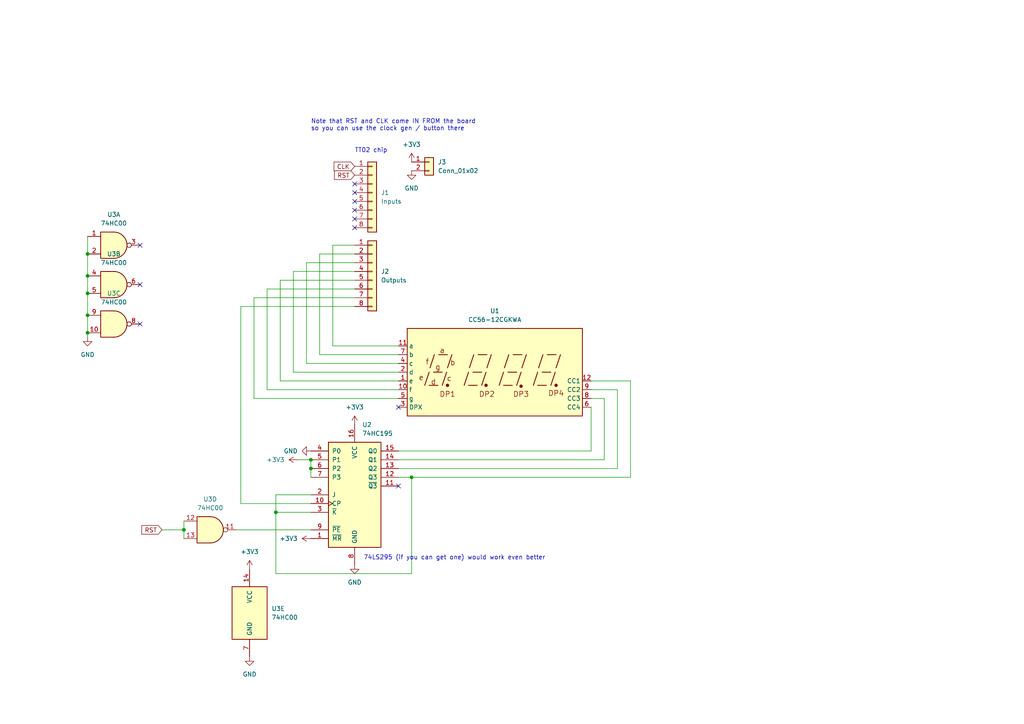
<source format=kicad_sch>
(kicad_sch (version 20230121) (generator eeschema)
  (paper "A4")
  (lib_symbols
    (symbol "74xx:74HC00" (pin_names (offset 1.016))
      (property "Reference" "U" (at 0 1.27 0))
      (property "Value" "74HC00" (at 0 -1.27 0))
      (symbol "74HC00_1_1"
        (arc (start 0 -3.81) (mid 3.7934 0) (end 0 3.81) (stroke (width 0.254)) (fill (type background)))
        (polyline (pts (xy 0 3.81) (xy -3.81 3.81) (xy -3.81 -3.81) (xy 0 -3.81)) (stroke (width 0.254)) (fill (type background)))
        (pin input line (at -7.62 2.54 0) (length 3.81) (name "~") (number "1"))
        (pin input line (at -7.62 -2.54 0) (length 3.81) (name "~") (number "2"))
        (pin output inverted (at 7.62 0 180) (length 3.81) (name "~") (number "3"))
      )
      (symbol "74HC00_1_2"
        (arc (start -3.81 -3.81) (mid -2.589 0) (end -3.81 3.81) (stroke (width 0.254)))
        (arc (start -0.6096 -3.81) (mid 2.1842 -2.5851) (end 3.81 0) (stroke (width 0.254)) (fill (type background)))
        (polyline (pts (xy -3.81 -3.81) (xy -0.635 -3.81)) (stroke (width 0.254)) (fill (type background)))
        (polyline (pts (xy -3.81 3.81) (xy -0.635 3.81)) (stroke (width 0.254)) (fill (type background)))
        (polyline (pts (xy -0.635 3.81) (xy -3.81 3.81) (xy -3.81 3.81) (xy -3.556 3.4036) (xy -3.0226 2.2606) (xy -2.6924 1.0414) (xy -2.6162 -0.254) (xy -2.7686 -1.4986) (xy -3.175 -2.7178) (xy -3.81 -3.81) (xy -3.81 -3.81) (xy -0.635 -3.81)) (stroke (width -25.4)) (fill (type background)))
        (arc (start 3.81 0) (mid 2.1915 2.5936) (end -0.6096 3.81) (stroke (width 0.254)) (fill (type background)))
        (pin input inverted (at -7.62 2.54 0) (length 4.318) (name "~") (number "1"))
        (pin input inverted (at -7.62 -2.54 0) (length 4.318) (name "~") (number "2"))
        (pin output line (at 7.62 0 180) (length 3.81) (name "~") (number "3"))
      )
      (symbol "74HC00_2_1"
        (arc (start 0 -3.81) (mid 3.7934 0) (end 0 3.81) (stroke (width 0.254)) (fill (type background)))
        (polyline (pts (xy 0 3.81) (xy -3.81 3.81) (xy -3.81 -3.81) (xy 0 -3.81)) (stroke (width 0.254)) (fill (type background)))
        (pin input line (at -7.62 2.54 0) (length 3.81) (name "~") (number "4"))
        (pin input line (at -7.62 -2.54 0) (length 3.81) (name "~") (number "5"))
        (pin output inverted (at 7.62 0 180) (length 3.81) (name "~") (number "6"))
      )
      (symbol "74HC00_2_2"
        (arc (start -3.81 -3.81) (mid -2.589 0) (end -3.81 3.81) (stroke (width 0.254)))
        (arc (start -0.6096 -3.81) (mid 2.1842 -2.5851) (end 3.81 0) (stroke (width 0.254)) (fill (type background)))
        (polyline (pts (xy -3.81 -3.81) (xy -0.635 -3.81)) (stroke (width 0.254)) (fill (type background)))
        (polyline (pts (xy -3.81 3.81) (xy -0.635 3.81)) (stroke (width 0.254)) (fill (type background)))
        (polyline (pts (xy -0.635 3.81) (xy -3.81 3.81) (xy -3.81 3.81) (xy -3.556 3.4036) (xy -3.0226 2.2606) (xy -2.6924 1.0414) (xy -2.6162 -0.254) (xy -2.7686 -1.4986) (xy -3.175 -2.7178) (xy -3.81 -3.81) (xy -3.81 -3.81) (xy -0.635 -3.81)) (stroke (width -25.4)) (fill (type background)))
        (arc (start 3.81 0) (mid 2.1915 2.5936) (end -0.6096 3.81) (stroke (width 0.254)) (fill (type background)))
        (pin input inverted (at -7.62 2.54 0) (length 4.318) (name "~") (number "4"))
        (pin input inverted (at -7.62 -2.54 0) (length 4.318) (name "~") (number "5"))
        (pin output line (at 7.62 0 180) (length 3.81) (name "~") (number "6"))
      )
      (symbol "74HC00_3_1"
        (arc (start 0 -3.81) (mid 3.7934 0) (end 0 3.81) (stroke (width 0.254)) (fill (type background)))
        (polyline (pts (xy 0 3.81) (xy -3.81 3.81) (xy -3.81 -3.81) (xy 0 -3.81)) (stroke (width 0.254)) (fill (type background)))
        (pin input line (at -7.62 -2.54 0) (length 3.81) (name "~") (number "10"))
        (pin output inverted (at 7.62 0 180) (length 3.81) (name "~") (number "8"))
        (pin input line (at -7.62 2.54 0) (length 3.81) (name "~") (number "9"))
      )
      (symbol "74HC00_3_2"
        (arc (start -3.81 -3.81) (mid -2.589 0) (end -3.81 3.81) (stroke (width 0.254)))
        (arc (start -0.6096 -3.81) (mid 2.1842 -2.5851) (end 3.81 0) (stroke (width 0.254)) (fill (type background)))
        (polyline (pts (xy -3.81 -3.81) (xy -0.635 -3.81)) (stroke (width 0.254)) (fill (type background)))
        (polyline (pts (xy -3.81 3.81) (xy -0.635 3.81)) (stroke (width 0.254)) (fill (type background)))
        (polyline (pts (xy -0.635 3.81) (xy -3.81 3.81) (xy -3.81 3.81) (xy -3.556 3.4036) (xy -3.0226 2.2606) (xy -2.6924 1.0414) (xy -2.6162 -0.254) (xy -2.7686 -1.4986) (xy -3.175 -2.7178) (xy -3.81 -3.81) (xy -3.81 -3.81) (xy -0.635 -3.81)) (stroke (width -25.4)) (fill (type background)))
        (arc (start 3.81 0) (mid 2.1915 2.5936) (end -0.6096 3.81) (stroke (width 0.254)) (fill (type background)))
        (pin input inverted (at -7.62 -2.54 0) (length 4.318) (name "~") (number "10"))
        (pin output line (at 7.62 0 180) (length 3.81) (name "~") (number "8"))
        (pin input inverted (at -7.62 2.54 0) (length 4.318) (name "~") (number "9"))
      )
      (symbol "74HC00_4_1"
        (arc (start 0 -3.81) (mid 3.7934 0) (end 0 3.81) (stroke (width 0.254)) (fill (type background)))
        (polyline (pts (xy 0 3.81) (xy -3.81 3.81) (xy -3.81 -3.81) (xy 0 -3.81)) (stroke (width 0.254)) (fill (type background)))
        (pin output inverted (at 7.62 0 180) (length 3.81) (name "~") (number "11"))
        (pin input line (at -7.62 2.54 0) (length 3.81) (name "~") (number "12"))
        (pin input line (at -7.62 -2.54 0) (length 3.81) (name "~") (number "13"))
      )
      (symbol "74HC00_4_2"
        (arc (start -3.81 -3.81) (mid -2.589 0) (end -3.81 3.81) (stroke (width 0.254)))
        (arc (start -0.6096 -3.81) (mid 2.1842 -2.5851) (end 3.81 0) (stroke (width 0.254)) (fill (type background)))
        (polyline (pts (xy -3.81 -3.81) (xy -0.635 -3.81)) (stroke (width 0.254)) (fill (type background)))
        (polyline (pts (xy -3.81 3.81) (xy -0.635 3.81)) (stroke (width 0.254)) (fill (type background)))
        (polyline (pts (xy -0.635 3.81) (xy -3.81 3.81) (xy -3.81 3.81) (xy -3.556 3.4036) (xy -3.0226 2.2606) (xy -2.6924 1.0414) (xy -2.6162 -0.254) (xy -2.7686 -1.4986) (xy -3.175 -2.7178) (xy -3.81 -3.81) (xy -3.81 -3.81) (xy -0.635 -3.81)) (stroke (width -25.4)) (fill (type background)))
        (arc (start 3.81 0) (mid 2.1915 2.5936) (end -0.6096 3.81) (stroke (width 0.254)) (fill (type background)))
        (pin output line (at 7.62 0 180) (length 3.81) (name "~") (number "11"))
        (pin input inverted (at -7.62 2.54 0) (length 4.318) (name "~") (number "12"))
        (pin input inverted (at -7.62 -2.54 0) (length 4.318) (name "~") (number "13"))
      )
      (symbol "74HC00_5_0"
        (pin power_in line (at 0 12.7 270) (length 5.08) (name "VCC") (number "14"))
        (pin power_in line (at 0 -12.7 90) (length 5.08) (name "GND") (number "7"))
      )
      (symbol "74HC00_5_1"
        (rectangle (start -5.08 7.62) (end 5.08 -7.62) (stroke (width 0.254)) (fill (type background)))
      )
    )
    (symbol "74xx:74LS195" (pin_names (offset 1.016))
      (property "Reference" "U" (at -7.62 16.51 0))
      (property "Value" "74LS195" (at -7.62 -16.51 0))
      (symbol "74LS195_1_0"
        (pin input line (at -12.7 -12.7 0) (length 5.08) (name "~{MR}") (number "1"))
        (pin input clock (at -12.7 -2.54 0) (length 5.08) (name "CP") (number "10"))
        (pin output line (at 12.7 2.54 180) (length 5.08) (name "~{Q3}") (number "11"))
        (pin output line (at 12.7 5.08 180) (length 5.08) (name "Q3") (number "12"))
        (pin output line (at 12.7 7.62 180) (length 5.08) (name "Q2") (number "13"))
        (pin output line (at 12.7 10.16 180) (length 5.08) (name "Q1") (number "14"))
        (pin output line (at 12.7 12.7 180) (length 5.08) (name "Q0") (number "15"))
        (pin power_in line (at 0 20.32 270) (length 5.08) (name "VCC") (number "16"))
        (pin input line (at -12.7 0 0) (length 5.08) (name "J") (number "2"))
        (pin input line (at -12.7 -5.08 0) (length 5.08) (name "~{K}") (number "3"))
        (pin input line (at -12.7 12.7 0) (length 5.08) (name "P0") (number "4"))
        (pin input line (at -12.7 10.16 0) (length 5.08) (name "P1") (number "5"))
        (pin input line (at -12.7 7.62 0) (length 5.08) (name "P2") (number "6"))
        (pin input line (at -12.7 5.08 0) (length 5.08) (name "P3") (number "7"))
        (pin power_in line (at 0 -20.32 90) (length 5.08) (name "GND") (number "8"))
        (pin input line (at -12.7 -10.16 0) (length 5.08) (name "~{PE}") (number "9"))
      )
      (symbol "74LS195_1_1"
        (rectangle (start -7.62 15.24) (end 7.62 -15.24) (stroke (width 0.254)) (fill (type background)))
      )
    )
    (symbol "Connector_Generic:Conn_01x02" (pin_names (offset 1.016) hide)
      (property "Reference" "J" (at 0 2.54 0))
      (property "Value" "Conn_01x02" (at 0 -5.08 0))
      (symbol "Conn_01x02_1_1"
        (rectangle (start -1.27 -2.413) (end 0 -2.667) (stroke (width 0.1524)))
        (rectangle (start -1.27 0.127) (end 0 -0.127) (stroke (width 0.1524)))
        (rectangle (start -1.27 1.27) (end 1.27 -3.81) (stroke (width 0.254)) (fill (type background)))
        (pin passive line (at -5.08 0 0) (length 3.81) (name "Pin_1") (number "1"))
        (pin passive line (at -5.08 -2.54 0) (length 3.81) (name "Pin_2") (number "2"))
      )
    )
    (symbol "Connector_Generic:Conn_01x08" (pin_names (offset 1.016) hide)
      (property "Reference" "J" (at 0 10.16 0))
      (property "Value" "Conn_01x08" (at 0 -12.7 0))
      (symbol "Conn_01x08_1_1"
        (rectangle (start -1.27 -10.033) (end 0 -10.287) (stroke (width 0.1524)))
        (rectangle (start -1.27 -7.493) (end 0 -7.747) (stroke (width 0.1524)))
        (rectangle (start -1.27 -4.953) (end 0 -5.207) (stroke (width 0.1524)))
        (rectangle (start -1.27 -2.413) (end 0 -2.667) (stroke (width 0.1524)))
        (rectangle (start -1.27 0.127) (end 0 -0.127) (stroke (width 0.1524)))
        (rectangle (start -1.27 2.667) (end 0 2.413) (stroke (width 0.1524)))
        (rectangle (start -1.27 5.207) (end 0 4.953) (stroke (width 0.1524)))
        (rectangle (start -1.27 7.747) (end 0 7.493) (stroke (width 0.1524)))
        (rectangle (start -1.27 8.89) (end 1.27 -11.43) (stroke (width 0.254)) (fill (type background)))
        (pin passive line (at -5.08 7.62 0) (length 3.81) (name "Pin_1") (number "1"))
        (pin passive line (at -5.08 5.08 0) (length 3.81) (name "Pin_2") (number "2"))
        (pin passive line (at -5.08 2.54 0) (length 3.81) (name "Pin_3") (number "3"))
        (pin passive line (at -5.08 0 0) (length 3.81) (name "Pin_4") (number "4"))
        (pin passive line (at -5.08 -2.54 0) (length 3.81) (name "Pin_5") (number "5"))
        (pin passive line (at -5.08 -5.08 0) (length 3.81) (name "Pin_6") (number "6"))
        (pin passive line (at -5.08 -7.62 0) (length 3.81) (name "Pin_7") (number "7"))
        (pin passive line (at -5.08 -10.16 0) (length 3.81) (name "Pin_8") (number "8"))
      )
    )
    (symbol "Display_Character:CC56-12CGKWA"
      (property "Reference" "U" (at -24.13 13.97 0))
      (property "Value" "CC56-12CGKWA" (at 17.78 13.97 0))
      (symbol "CC56-12CGKWA_0_0"
        (rectangle (start -25.4 12.7) (end 25.4 -12.7) (stroke (width 0.254)) (fill (type background)))
        (polyline (pts (xy -20.32 -3.81) (xy -19.05 0)) (stroke (width 0.254)))
        (polyline (pts (xy -19.05 -3.81) (xy -16.51 -3.81)) (stroke (width 0.254)))
        (polyline (pts (xy -18.796 1.27) (xy -17.526 5.08)) (stroke (width 0.254)))
        (polyline (pts (xy -17.78 0) (xy -15.24 0)) (stroke (width 0.254)))
        (polyline (pts (xy -16.256 5.08) (xy -13.716 5.08)) (stroke (width 0.254)))
        (polyline (pts (xy -15.24 -3.81) (xy -13.97 0)) (stroke (width 0.254)))
        (polyline (pts (xy -13.716 1.27) (xy -12.446 5.08)) (stroke (width 0.254)))
        (polyline (pts (xy -8.89 -3.81) (xy -7.62 0)) (stroke (width 0.254)))
        (polyline (pts (xy -7.62 -3.81) (xy -5.08 -3.81)) (stroke (width 0.254)))
        (polyline (pts (xy -7.366 1.27) (xy -6.096 5.08)) (stroke (width 0.254)))
        (polyline (pts (xy -6.35 0) (xy -3.81 0)) (stroke (width 0.254)))
        (polyline (pts (xy -4.826 5.08) (xy -2.286 5.08)) (stroke (width 0.254)))
        (polyline (pts (xy -3.81 -3.81) (xy -2.54 0)) (stroke (width 0.254)))
        (polyline (pts (xy -2.286 1.27) (xy -1.016 5.08)) (stroke (width 0.254)))
        (polyline (pts (xy 1.27 -3.81) (xy 2.54 0)) (stroke (width 0.254)))
        (polyline (pts (xy 2.54 -3.81) (xy 5.08 -3.81)) (stroke (width 0.254)))
        (polyline (pts (xy 2.794 1.27) (xy 4.064 5.08)) (stroke (width 0.254)))
        (polyline (pts (xy 3.81 0) (xy 6.35 0)) (stroke (width 0.254)))
        (polyline (pts (xy 5.334 5.08) (xy 7.874 5.08)) (stroke (width 0.254)))
        (polyline (pts (xy 6.35 -3.81) (xy 7.62 0)) (stroke (width 0.254)))
        (polyline (pts (xy 7.874 1.27) (xy 9.144 5.08)) (stroke (width 0.254)))
        (polyline (pts (xy 11.176 -3.81) (xy 12.446 0)) (stroke (width 0.254)))
        (polyline (pts (xy 12.446 -3.81) (xy 14.986 -3.81)) (stroke (width 0.254)))
        (polyline (pts (xy 12.7 1.27) (xy 13.97 5.08)) (stroke (width 0.254)))
        (polyline (pts (xy 13.716 0) (xy 16.256 0)) (stroke (width 0.254)))
        (polyline (pts (xy 15.24 5.08) (xy 17.78 5.08)) (stroke (width 0.254)))
        (polyline (pts (xy 16.256 -3.81) (xy 17.526 0)) (stroke (width 0.254)))
        (polyline (pts (xy 17.78 1.27) (xy 19.05 5.08)) (stroke (width 0.254)))
        (text "a" (at -15.24 6.35 0) (effects (font (size 1.524 1.524))))
        (text "b" (at -12.192 2.794 0) (effects (font (size 1.524 1.524))))
        (text "c" (at -13.208 -1.778 0) (effects (font (size 1.524 1.524))))
        (text "d" (at -17.78 -2.794 0) (effects (font (size 1.524 1.524))))
        (text "DP1" (at -13.716 -6.35 0) (effects (font (size 1.524 1.524))))
        (text "DP2" (at -2.286 -6.35 0) (effects (font (size 1.524 1.524))))
        (text "DP3" (at 7.62 -6.35 0) (effects (font (size 1.524 1.524))))
        (text "DP4" (at 17.78 -6.096 0) (effects (font (size 1.524 1.524))))
        (text "e" (at -21.336 -1.524 0) (effects (font (size 1.524 1.524))))
        (text "f" (at -19.558 3.048 0) (effects (font (size 1.524 1.524))))
        (text "g" (at -16.51 1.524 0) (effects (font (size 1.524 1.524))))
      )
      (symbol "CC56-12CGKWA_0_1"
        (circle (center -13.716 -3.81) (radius 0.3556) (stroke (width 0.254)) (fill (type outline)))
        (circle (center -2.54 -3.81) (radius 0.3556) (stroke (width 0.254)) (fill (type outline)))
      )
      (symbol "CC56-12CGKWA_1_0"
        (circle (center 7.62 -4.064) (radius 0.3556) (stroke (width 0.254)) (fill (type outline)))
        (circle (center 17.78 -3.81) (radius 0.3556) (stroke (width 0.254)) (fill (type outline)))
      )
      (symbol "CC56-12CGKWA_1_1"
        (pin input line (at -27.94 -2.54 0) (length 2.54) (name "e") (number "1"))
        (pin input line (at -27.94 -5.08 0) (length 2.54) (name "f") (number "10"))
        (pin input line (at -27.94 7.62 0) (length 2.54) (name "a") (number "11"))
        (pin input line (at 27.94 -2.54 180) (length 2.54) (name "CC1") (number "12"))
        (pin input line (at -27.94 0 0) (length 2.54) (name "d") (number "2"))
        (pin input line (at -27.94 -10.16 0) (length 2.54) (name "DPX") (number "3"))
        (pin input line (at -27.94 2.54 0) (length 2.54) (name "c") (number "4"))
        (pin input line (at -27.94 -7.62 0) (length 2.54) (name "g") (number "5"))
        (pin input line (at 27.94 -10.16 180) (length 2.54) (name "CC4") (number "6"))
        (pin input line (at -27.94 5.08 0) (length 2.54) (name "b") (number "7"))
        (pin input line (at 27.94 -7.62 180) (length 2.54) (name "CC3") (number "8"))
        (pin input line (at 27.94 -5.08 180) (length 2.54) (name "CC2") (number "9"))
      )
    )
    (symbol "power:+3V3" (power) (pin_names (offset 0))
      (property "Value" "+3V3" (at 0 3.556 0))
      (symbol "+3V3_0_1"
        (polyline (pts (xy -0.762 1.27) (xy 0 2.54)))
        (polyline (pts (xy 0 0) (xy 0 2.54)))
        (polyline (pts (xy 0 2.54) (xy 0.762 1.27)))
      )
      (symbol "+3V3_1_1"
        (pin power_in line (at 0 0 90) (length 0) hide (name "+3V3") (number "1"))
      )
    )
    (symbol "power:GND" (power) (pin_names (offset 0))
      (property "Value" "GND" (at 0 -3.81 0))
      (symbol "GND_0_1"
        (polyline (pts (xy 0 0) (xy 0 -1.27) (xy 1.27 -1.27) (xy 0 -2.54) (xy -1.27 -1.27) (xy 0 -1.27)))
      )
      (symbol "GND_1_1"
        (pin power_in line (at 0 0 270) (length 0) hide (name "GND") (number "1"))
      )
    )
  )
  (junction (at 119.38 138.43))
  (junction (at 25.4 85.09))
  (junction (at 25.4 80.01))
  (junction (at 90.17 135.89))
  (junction (at 25.4 73.66))
  (junction (at 25.4 96.52))
  (junction (at 90.17 133.35))
  (junction (at 80.01 148.59))
  (junction (at 53.34 153.67))
  (junction (at 25.4 91.44))
  (no_connect (at 40.64 71.12))
  (no_connect (at 102.87 58.42))
  (no_connect (at 102.87 60.96))
  (no_connect (at 115.57 140.97))
  (no_connect (at 102.87 55.88))
  (no_connect (at 115.57 118.11))
  (no_connect (at 40.64 93.98))
  (no_connect (at 102.87 66.04))
  (no_connect (at 40.64 82.55))
  (no_connect (at 102.87 53.34))
  (no_connect (at 102.87 63.5))
  (wire (pts (xy 115.57 113.03) (xy 77.47 113.03)))
  (wire (pts (xy 92.71 73.66) (xy 102.87 73.66)))
  (wire (pts (xy 80.01 148.59) (xy 90.17 148.59)))
  (wire (pts (xy 115.57 107.95) (xy 85.09 107.95)))
  (wire (pts (xy 179.07 113.03) (xy 171.45 113.03)))
  (wire (pts (xy 69.85 146.05) (xy 90.17 146.05)))
  (wire (pts (xy 115.57 110.49) (xy 81.28 110.49)))
  (wire (pts (xy 69.85 88.9) (xy 69.85 146.05)))
  (wire (pts (xy 182.88 110.49) (xy 171.45 110.49)))
  (wire (pts (xy 80.01 143.51) (xy 80.01 148.59)))
  (wire (pts (xy 25.4 80.01) (xy 25.4 85.09)))
  (wire (pts (xy 73.66 86.36) (xy 102.87 86.36)))
  (wire (pts (xy 77.47 113.03) (xy 77.47 83.82)))
  (wire (pts (xy 73.66 115.57) (xy 73.66 86.36)))
  (wire (pts (xy 88.9 105.41) (xy 88.9 76.2)))
  (wire (pts (xy 85.09 78.74) (xy 102.87 78.74)))
  (wire (pts (xy 115.57 138.43) (xy 119.38 138.43)))
  (wire (pts (xy 25.4 96.52) (xy 25.4 97.79)))
  (wire (pts (xy 25.4 91.44) (xy 25.4 96.52)))
  (wire (pts (xy 90.17 133.35) (xy 90.17 135.89)))
  (wire (pts (xy 102.87 88.9) (xy 69.85 88.9)))
  (wire (pts (xy 182.88 138.43) (xy 182.88 110.49)))
  (wire (pts (xy 96.52 71.12) (xy 102.87 71.12)))
  (wire (pts (xy 119.38 138.43) (xy 182.88 138.43)))
  (wire (pts (xy 80.01 166.37) (xy 80.01 148.59)))
  (wire (pts (xy 88.9 76.2) (xy 102.87 76.2)))
  (wire (pts (xy 175.26 115.57) (xy 171.45 115.57)))
  (wire (pts (xy 53.34 153.67) (xy 53.34 156.21)))
  (wire (pts (xy 46.99 153.67) (xy 53.34 153.67)))
  (wire (pts (xy 90.17 143.51) (xy 80.01 143.51)))
  (wire (pts (xy 175.26 133.35) (xy 175.26 115.57)))
  (wire (pts (xy 85.09 107.95) (xy 85.09 78.74)))
  (wire (pts (xy 115.57 135.89) (xy 179.07 135.89)))
  (wire (pts (xy 115.57 115.57) (xy 73.66 115.57)))
  (wire (pts (xy 115.57 105.41) (xy 88.9 105.41)))
  (wire (pts (xy 81.28 81.28) (xy 102.87 81.28)))
  (wire (pts (xy 86.36 133.35) (xy 90.17 133.35)))
  (wire (pts (xy 81.28 110.49) (xy 81.28 81.28)))
  (wire (pts (xy 119.38 138.43) (xy 119.38 166.37)))
  (wire (pts (xy 115.57 102.87) (xy 92.71 102.87)))
  (wire (pts (xy 25.4 85.09) (xy 25.4 91.44)))
  (wire (pts (xy 179.07 135.89) (xy 179.07 113.03)))
  (wire (pts (xy 25.4 68.58) (xy 25.4 73.66)))
  (wire (pts (xy 77.47 83.82) (xy 102.87 83.82)))
  (wire (pts (xy 92.71 102.87) (xy 92.71 73.66)))
  (wire (pts (xy 115.57 130.81) (xy 171.45 130.81)))
  (wire (pts (xy 96.52 100.33) (xy 96.52 71.12)))
  (wire (pts (xy 53.34 153.67) (xy 53.34 151.13)))
  (wire (pts (xy 115.57 133.35) (xy 175.26 133.35)))
  (wire (pts (xy 68.58 153.67) (xy 90.17 153.67)))
  (wire (pts (xy 171.45 130.81) (xy 171.45 118.11)))
  (wire (pts (xy 90.17 135.89) (xy 90.17 138.43)))
  (wire (pts (xy 115.57 100.33) (xy 96.52 100.33)))
  (wire (pts (xy 25.4 73.66) (xy 25.4 80.01)))
  (wire (pts (xy 119.38 166.37) (xy 80.01 166.37)))
  (text "74LS295 (if you can get one) would work even better" (at 105.41 162.56 0) (effects (font (size 1.27 1.27)) (justify left bottom)))
  (text "TT02 chip" (at 102.87 44.45 0) (effects (font (size 1.27 1.27)) (justify left bottom)))
  (text "Note that RST and CLK come IN FROM the board\nso you can use the clock gen / button there" (at 90.17 38.1 0) (effects (font (size 1.27 1.27)) (justify left bottom)))
  (global_label "CLK" (shape input) (at 102.87 48.26 180) (property "Intersheetrefs" "${INTERSHEET_REFS}" (effects hide)))
  (global_label "RST" (shape input) (at 102.87 50.8 180) (property "Intersheetrefs" "${INTERSHEET_REFS}" (effects hide)))
  (global_label "RST" (shape input) (at 46.99 153.67 180) (property "Intersheetrefs" "${INTERSHEET_REFS}" (effects hide)))
  (symbol (lib_id "power:+3V3") (at 72.39 165.1 0) (unit 1)
    (property "Reference" "#PWR08" (effects hide))
    (property "Value" "+3V3" (at 72.39 160.02 0))
  )
  (symbol (lib_id "74xx:74HC00") (at 72.39 177.8 0) (unit 5)
    (property "Reference" "U3" (at 78.74 176.53 0) (effects (justify left)))
    (property "Value" "74HC00" (at 78.74 179.07 0) (effects (justify left)))
    (property "Datasheet" "http://www.ti.com/lit/gpn/sn74hc00" (effects hide))
  )
  (symbol (lib_id "74xx:74HC00") (at 33.02 93.98 0) (unit 3)
    (property "Reference" "U3" (at 33.0117 85.09 0))
    (property "Value" "74HC00" (at 33.0117 87.63 0))
    (property "Datasheet" "http://www.ti.com/lit/gpn/sn74hc00" (effects hide))
  )
  (symbol (lib_id "Connector_Generic:Conn_01x08") (at 107.95 55.88 0) (unit 1)
    (property "Reference" "J1" (at 110.49 55.88 0) (effects (justify left)))
    (property "Value" "Inputs" (at 110.49 58.42 0) (effects (justify left)))
  )
  (symbol (lib_id "Display_Character:CC56-12CGKWA") (at 143.51 107.95 0) (unit 1)
    (property "Reference" "U1" (at 143.51 90.17 0))
    (property "Value" "CC56-12CGKWA" (at 143.51 92.71 0))
    (property "Footprint" "Display_7Segment:CA56-12CGKWA" (effects hide))
    (property "Datasheet" "http://www.kingbright.com/attachments/file/psearch/000/00/00/CC56-12CGKWA(Ver.8A).pdf" (effects hide))
  )
  (symbol (lib_id "Connector_Generic:Conn_01x08") (at 107.95 78.74 0) (unit 1)
    (property "Reference" "J2" (at 110.49 78.74 0) (effects (justify left)))
    (property "Value" "Outputs" (at 110.49 81.28 0) (effects (justify left)))
  )
  (symbol (lib_id "power:+3V3") (at 86.36 133.35 90) (unit 1)
    (property "Reference" "#PWR06" (effects hide))
    (property "Value" "+3V3" (at 82.55 133.35 90) (effects (justify left)))
  )
  (symbol (lib_id "power:+3V3") (at 119.38 46.99 0) (unit 1)
    (property "Reference" "#PWR03" (effects hide))
    (property "Value" "+3V3" (at 119.38 41.91 0))
  )
  (symbol (lib_id "74xx:74HC00") (at 33.02 82.55 0) (unit 2)
    (property "Reference" "U3" (at 33.0117 73.66 0))
    (property "Value" "74HC00" (at 33.0117 76.2 0))
    (property "Datasheet" "http://www.ti.com/lit/gpn/sn74hc00" (effects hide))
  )
  (symbol (lib_id "power:+3V3") (at 90.17 156.21 90) (unit 1)
    (property "Reference" "#PWR07" (effects hide))
    (property "Value" "+3V3" (at 86.36 156.21 90) (effects (justify left)))
  )
  (symbol (lib_id "power:GND") (at 90.17 130.81 270) (unit 1)
    (property "Reference" "#PWR05" (effects hide))
    (property "Value" "GND" (at 86.36 130.81 90) (effects (justify right)))
  )
  (symbol (lib_id "power:GND") (at 25.4 97.79 0) (unit 1)
    (property "Reference" "#PWR010" (effects hide))
    (property "Value" "GND" (at 25.4 102.87 0))
  )
  (symbol (lib_id "74xx:74HC00") (at 60.96 153.67 0) (unit 4)
    (property "Reference" "U3" (at 60.9517 144.78 0))
    (property "Value" "74HC00" (at 60.9517 147.32 0))
    (property "Datasheet" "http://www.ti.com/lit/gpn/sn74hc00" (effects hide))
  )
  (symbol (lib_id "power:GND") (at 72.39 190.5 0) (unit 1)
    (property "Reference" "#PWR09" (effects hide))
    (property "Value" "GND" (at 72.39 195.58 0))
  )
  (symbol (lib_id "power:GND") (at 119.38 49.53 0) (unit 1)
    (property "Reference" "#PWR04" (effects hide))
    (property "Value" "GND" (at 119.38 54.61 0))
  )
  (symbol (lib_id "Connector_Generic:Conn_01x02") (at 124.46 46.99 0) (unit 1)
    (property "Reference" "J3" (at 127 46.99 0) (effects (justify left)))
    (property "Value" "Conn_01x02" (at 127 49.53 0) (effects (justify left)))
  )
  (symbol (lib_id "power:+3V3") (at 102.87 123.19 0) (unit 1)
    (property "Reference" "#PWR02" (effects hide))
    (property "Value" "+3V3" (at 102.87 118.11 0))
  )
  (symbol (lib_id "74xx:74LS195") (at 102.87 143.51 0) (unit 1)
    (property "Reference" "U2" (at 105.0641 123.19 0) (effects (justify left)))
    (property "Value" "74HC195" (at 105.0641 125.73 0) (effects (justify left)))
    (property "Datasheet" "http://www.ti.com/lit/gpn/sn74LS195" (effects hide))
  )
  (symbol (lib_id "power:GND") (at 102.87 163.83 0) (unit 1)
    (property "Reference" "#PWR01" (effects hide))
    (property "Value" "GND" (at 102.87 168.91 0))
  )
  (symbol (lib_id "74xx:74HC00") (at 33.02 71.12 0) (unit 1)
    (property "Reference" "U3" (at 33.0117 62.23 0))
    (property "Value" "74HC00" (at 33.0117 64.77 0))
    (property "Datasheet" "http://www.ti.com/lit/gpn/sn74hc00" (effects hide))
  )
)
</source>
